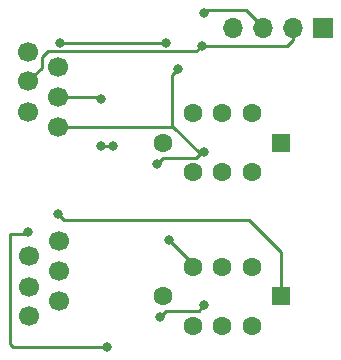
<source format=gbr>
%TF.GenerationSoftware,KiCad,Pcbnew,(5.1.9-0-10_14)*%
%TF.CreationDate,2021-07-01T16:45:12-07:00*%
%TF.ProjectId,vantroller_v5_display,76616e74-726f-46c6-9c65-725f76355f64,rev?*%
%TF.SameCoordinates,Original*%
%TF.FileFunction,Copper,L2,Bot*%
%TF.FilePolarity,Positive*%
%FSLAX46Y46*%
G04 Gerber Fmt 4.6, Leading zero omitted, Abs format (unit mm)*
G04 Created by KiCad (PCBNEW (5.1.9-0-10_14)) date 2021-07-01 16:45:12*
%MOMM*%
%LPD*%
G01*
G04 APERTURE LIST*
%TA.AperFunction,ComponentPad*%
%ADD10C,1.600000*%
%TD*%
%TA.AperFunction,ComponentPad*%
%ADD11R,1.600000X1.600000*%
%TD*%
%TA.AperFunction,ComponentPad*%
%ADD12O,1.700000X1.700000*%
%TD*%
%TA.AperFunction,ComponentPad*%
%ADD13R,1.700000X1.700000*%
%TD*%
%TA.AperFunction,ComponentPad*%
%ADD14C,1.700000*%
%TD*%
%TA.AperFunction,ViaPad*%
%ADD15C,0.800000*%
%TD*%
%TA.AperFunction,Conductor*%
%ADD16C,0.250000*%
%TD*%
G04 APERTURE END LIST*
D10*
%TO.P,S2,1*%
%TO.N,Net-(S2-Pad1)*%
X82750000Y-52750000D03*
%TO.P,S2,2*%
%TO.N,Net-(R5-Pad1)*%
X80250000Y-52750000D03*
%TO.P,S2,3*%
%TO.N,GND*%
X77750000Y-52750000D03*
%TO.P,S2,4*%
%TO.N,Net-(S2-Pad4)*%
X82750000Y-57750000D03*
%TO.P,S2,5*%
%TO.N,Net-(S2-Pad5)*%
X80250000Y-57750000D03*
%TO.P,S2,6*%
%TO.N,Net-(S2-Pad6)*%
X77750000Y-57750000D03*
D11*
%TO.P,S2,L1*%
%TO.N,+3V3*%
X85250000Y-55250000D03*
D10*
%TO.P,S2,L2*%
%TO.N,Net-(R4-Pad2)*%
X75250000Y-55250000D03*
%TD*%
%TO.P,S1,1*%
%TO.N,Net-(S1-Pad1)*%
X82750000Y-39750000D03*
%TO.P,S1,2*%
%TO.N,Net-(R2-Pad1)*%
X80250000Y-39750000D03*
%TO.P,S1,3*%
%TO.N,GND*%
X77750000Y-39750000D03*
%TO.P,S1,4*%
%TO.N,Net-(S1-Pad4)*%
X82750000Y-44750000D03*
%TO.P,S1,5*%
%TO.N,Net-(S1-Pad5)*%
X80250000Y-44750000D03*
%TO.P,S1,6*%
%TO.N,Net-(S1-Pad6)*%
X77750000Y-44750000D03*
D11*
%TO.P,S1,L1*%
%TO.N,+3V3*%
X85250000Y-42250000D03*
D10*
%TO.P,S1,L2*%
%TO.N,Net-(R1-Pad2)*%
X75250000Y-42250000D03*
%TD*%
D12*
%TO.P,J3,4*%
%TO.N,+3V3*%
X81130000Y-32500000D03*
%TO.P,J3,3*%
%TO.N,GND*%
X83670000Y-32500000D03*
%TO.P,J3,2*%
%TO.N,/SCL*%
X86210000Y-32500000D03*
D13*
%TO.P,J3,1*%
%TO.N,/SDA*%
X88750000Y-32500000D03*
%TD*%
D14*
%TO.P,J2,6*%
%TO.N,+3V3*%
X66440000Y-50575000D03*
%TO.P,J2,4*%
%TO.N,/BUTTON1*%
X66440000Y-53115000D03*
%TO.P,J2,2*%
%TO.N,/SDA*%
X66440000Y-55655000D03*
%TO.P,J2,5*%
%TO.N,/BUTTON2*%
X63900000Y-51845000D03*
%TO.P,J2,3*%
%TO.N,/SCL*%
X63900000Y-54405000D03*
%TO.P,J2,1*%
%TO.N,GND*%
X63900000Y-56925000D03*
%TD*%
%TO.P,J1,6*%
%TO.N,+3V3*%
X66379999Y-40864999D03*
%TO.P,J1,4*%
%TO.N,/BUTTON1*%
X66379999Y-38324999D03*
%TO.P,J1,2*%
%TO.N,/SDA*%
X66379999Y-35784999D03*
%TO.P,J1,5*%
%TO.N,/BUTTON2*%
X63839999Y-39594999D03*
%TO.P,J1,3*%
%TO.N,/SCL*%
X63839999Y-37034999D03*
%TO.P,J1,1*%
%TO.N,GND*%
X63839999Y-34514999D03*
%TD*%
D15*
%TO.N,/BUTTON1*%
X71000000Y-42500000D03*
X70000000Y-42500000D03*
X70000000Y-38500000D03*
%TO.N,GND*%
X75750000Y-50500000D03*
X78750000Y-31250000D03*
%TO.N,/BUTTON2*%
X63839999Y-49750000D03*
X70500000Y-59500000D03*
%TO.N,+3V3*%
X78750000Y-56000000D03*
X75000000Y-57000000D03*
X74750000Y-44000000D03*
X78750000Y-43000000D03*
X76500000Y-36000000D03*
X66379999Y-48250000D03*
%TO.N,/SDA*%
X75500000Y-33750000D03*
X66500000Y-33750000D03*
%TO.N,/SCL*%
X78500000Y-34000000D03*
%TD*%
D16*
%TO.N,/BUTTON1*%
X66379999Y-38324999D02*
X69824999Y-38324999D01*
X70000000Y-42500000D02*
X71000000Y-42500000D01*
X69824999Y-38324999D02*
X70000000Y-38500000D01*
%TO.N,GND*%
X77750000Y-52500000D02*
X77750000Y-52750000D01*
X75750000Y-50500000D02*
X77750000Y-52500000D01*
X83670000Y-32500000D02*
X83670000Y-32420000D01*
X79000000Y-31000000D02*
X78750000Y-31250000D01*
X82250000Y-31000000D02*
X79000000Y-31000000D01*
X83670000Y-32420000D02*
X82250000Y-31000000D01*
%TO.N,/BUTTON2*%
X62500000Y-59500000D02*
X70500000Y-59500000D01*
X62250000Y-59250000D02*
X62500000Y-59500000D01*
X62250000Y-50000000D02*
X62250000Y-59250000D01*
X63589999Y-50000000D02*
X62250000Y-50000000D01*
X63589999Y-50000000D02*
X63839999Y-49750000D01*
%TO.N,+3V3*%
X78250000Y-56500000D02*
X78750000Y-56000000D01*
X75500000Y-56500000D02*
X78250000Y-56500000D01*
X75000000Y-57000000D02*
X75500000Y-56500000D01*
X74750000Y-44000000D02*
X75250000Y-43500000D01*
X75250000Y-43500000D02*
X78000000Y-43500000D01*
X78000000Y-43500000D02*
X78500000Y-43000000D01*
X78500000Y-43000000D02*
X78750000Y-43000000D01*
X66379999Y-40864999D02*
X76000000Y-40864999D01*
X76000000Y-40864999D02*
X76114999Y-40864999D01*
X78250000Y-43000000D02*
X78750000Y-43000000D01*
X76114999Y-40864999D02*
X78250000Y-43000000D01*
X76000000Y-40864999D02*
X76000000Y-36500000D01*
X76000000Y-36500000D02*
X76500000Y-36000000D01*
X85250000Y-55250000D02*
X85250000Y-51500000D01*
X82500000Y-48750000D02*
X85250000Y-51500000D01*
X66879999Y-48750000D02*
X82500000Y-48750000D01*
X66879999Y-48750000D02*
X66379999Y-48250000D01*
%TO.N,/SDA*%
X66500000Y-33750000D02*
X75500000Y-33750000D01*
%TO.N,/SCL*%
X65000000Y-35874998D02*
X63839999Y-37034999D01*
X65000000Y-35000000D02*
X65000000Y-35874998D01*
X65500000Y-34500000D02*
X65000000Y-35000000D01*
X78000000Y-34500000D02*
X65500000Y-34500000D01*
X78500000Y-34000000D02*
X78000000Y-34500000D01*
X78500000Y-34000000D02*
X85750000Y-34000000D01*
X86210000Y-33540000D02*
X86210000Y-32500000D01*
X85750000Y-34000000D02*
X86210000Y-33540000D01*
%TD*%
M02*

</source>
